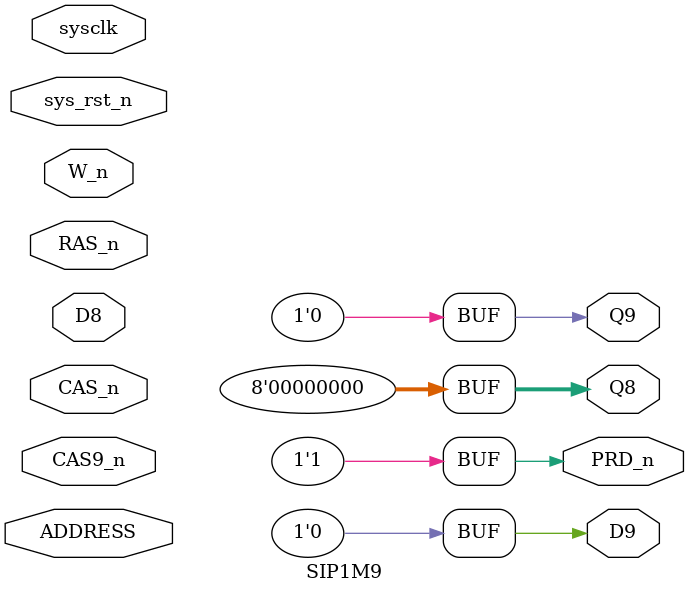
<source format=v>
module SIP1M9(	// file.cleaned.mlir:2:3
  input        sysclk,	// file.cleaned.mlir:2:24
               sys_rst_n,	// file.cleaned.mlir:2:41
  input  [9:0] ADDRESS,	// file.cleaned.mlir:2:61
  input        CAS9_n,	// file.cleaned.mlir:2:80
               CAS_n,	// file.cleaned.mlir:2:97
               RAS_n,	// file.cleaned.mlir:2:113
               W_n,	// file.cleaned.mlir:2:129
  input  [7:0] D8,	// file.cleaned.mlir:2:143
  output [7:0] Q8,	// file.cleaned.mlir:2:157
  output       D9,	// file.cleaned.mlir:2:170
               Q9,	// file.cleaned.mlir:2:183
               PRD_n	// file.cleaned.mlir:2:196
);

  assign Q8 = 8'h0;	// file.cleaned.mlir:4:14, :6:5
  assign D9 = 1'h0;	// file.cleaned.mlir:3:14, :6:5
  assign Q9 = 1'h0;	// file.cleaned.mlir:3:14, :6:5
  assign PRD_n = 1'h1;	// file.cleaned.mlir:5:13, :6:5
endmodule


</source>
